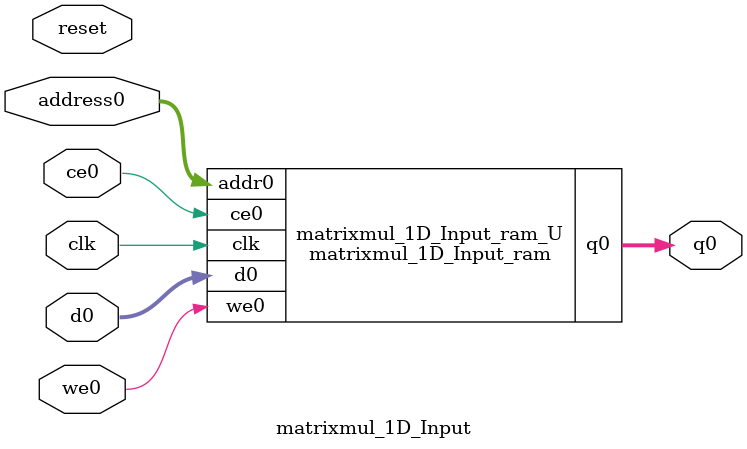
<source format=v>

`timescale 1 ns / 1 ps
module matrixmul_1D_Input_ram (addr0, ce0, d0, we0, q0,  clk);

parameter DWIDTH = 8;
parameter AWIDTH = 15;
parameter MEM_SIZE = 32768;

input[AWIDTH-1:0] addr0;
input ce0;
input[DWIDTH-1:0] d0;
input we0;
output reg[DWIDTH-1:0] q0;
input clk;

(* ram_style = "block" *)reg [DWIDTH-1:0] ram[0:MEM_SIZE-1];




always @(posedge clk)  
begin 
    if (ce0) 
    begin
        if (we0) 
        begin 
            ram[addr0] <= d0; 
            q0 <= d0;
        end 
        else 
            q0 <= ram[addr0];
    end
end


endmodule


`timescale 1 ns / 1 ps
module matrixmul_1D_Input(
    reset,
    clk,
    address0,
    ce0,
    we0,
    d0,
    q0);

parameter DataWidth = 32'd8;
parameter AddressRange = 32'd32768;
parameter AddressWidth = 32'd15;
input reset;
input clk;
input[AddressWidth - 1:0] address0;
input ce0;
input we0;
input[DataWidth - 1:0] d0;
output[DataWidth - 1:0] q0;



matrixmul_1D_Input_ram matrixmul_1D_Input_ram_U(
    .clk( clk ),
    .addr0( address0 ),
    .ce0( ce0 ),
    .we0( we0 ),
    .d0( d0 ),
    .q0( q0 ));

endmodule


</source>
